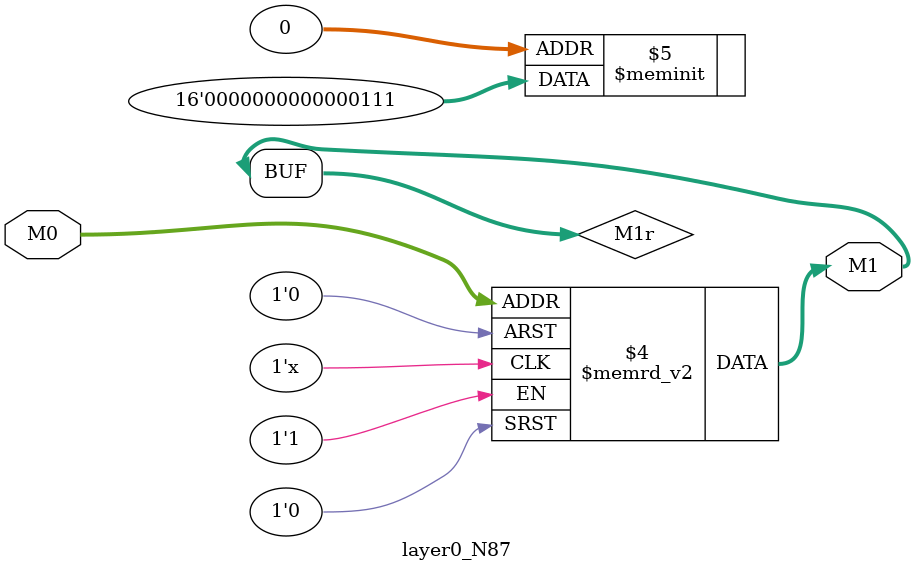
<source format=v>
module layer0_N87 ( input [2:0] M0, output [1:0] M1 );

	(*rom_style = "distributed" *) reg [1:0] M1r;
	assign M1 = M1r;
	always @ (M0) begin
		case (M0)
			3'b000: M1r = 2'b11;
			3'b100: M1r = 2'b00;
			3'b010: M1r = 2'b00;
			3'b110: M1r = 2'b00;
			3'b001: M1r = 2'b01;
			3'b101: M1r = 2'b00;
			3'b011: M1r = 2'b00;
			3'b111: M1r = 2'b00;

		endcase
	end
endmodule

</source>
